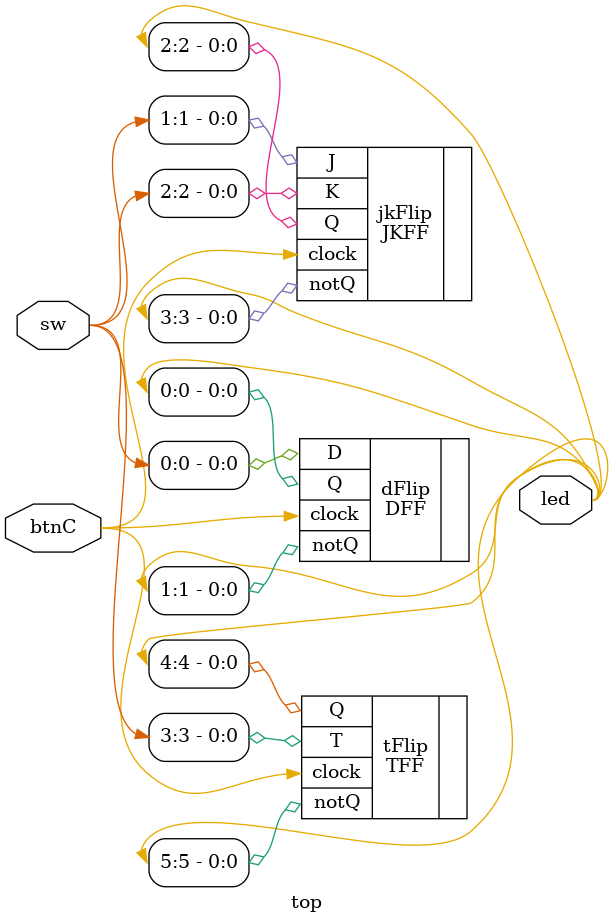
<source format=v>
`timescale 1ns / 1ps


module top(
    input [3:0] sw,
    input btnC,
    output [5:0] led
    );
    
    DFF dFlip(
        .D(sw[0]),
        .clock(btnC),
        .Q(led[0]),
        .notQ(led[1])
    );
    
    JKFF jkFlip(
        .J(sw[1]),
        .K(sw[2]),
        .clock(btnC),
        .Q(led[2]),
        .notQ(led[3])
    );
    
    TFF tFlip(
        .T(sw[3]),
        .clock(btnC),
        .Q(led[4]),
        .notQ(led[5])
    );
    
endmodule

</source>
